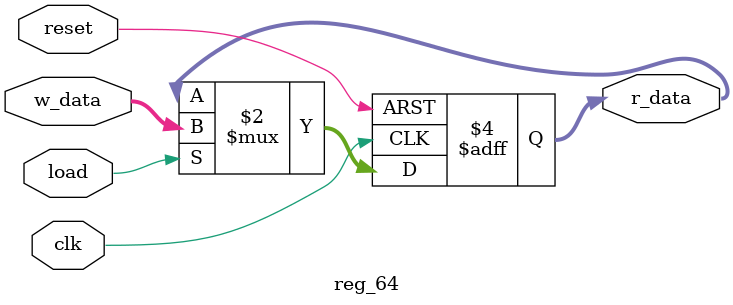
<source format=sv>
module reg_64(
    // load flag
    input logic load,

    // data in/out
    input  logic [63:0] w_data,
    output logic [63:0] r_data,

    // clock and reset
    input logic clk,
    input logic reset
);

always_ff @(posedge clk, posedge reset) begin
    if (reset) begin
        r_data <= 0;
    end
    else if (load) begin
        r_data <= w_data;
    end
end
    
endmodule: reg_64
</source>
